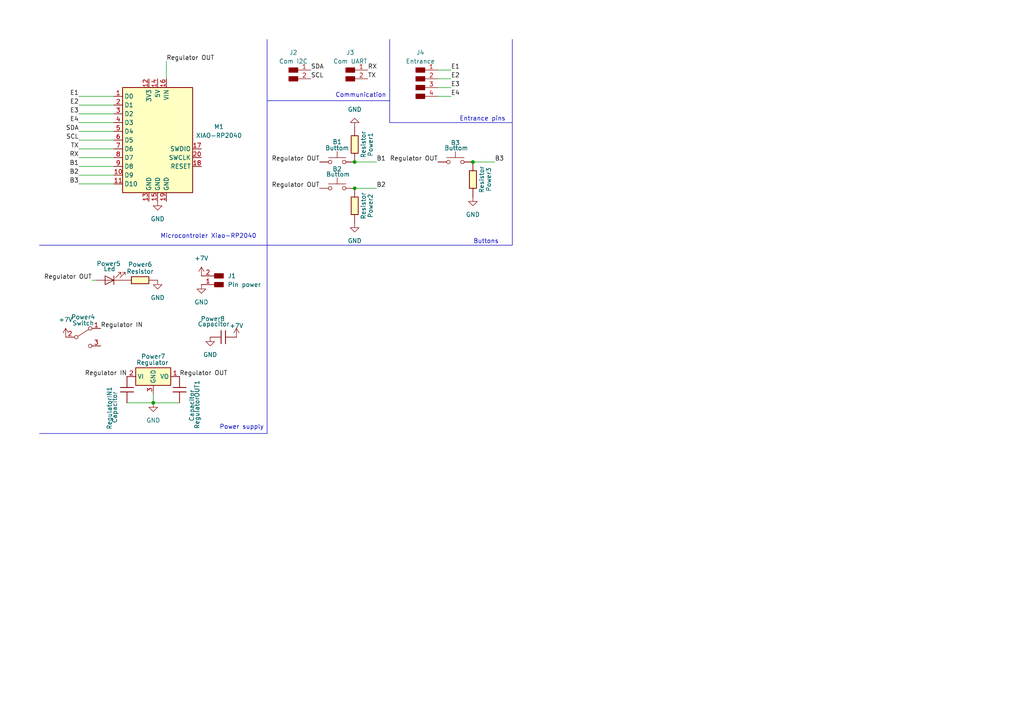
<source format=kicad_sch>
(kicad_sch (version 20250114) (generator "eeschema") (generator_version "9.0")
  (paper "A4")
  (lib_symbols
    (symbol "PCM_fab:C_1206" (pin_numbers (hide yes))
      (property "Reference" "C" (at 0.635 2.54 0))
      (property "Value" "C_1206" (at 0.635 -2.54 0))
      (symbol "C_1206_1_1"
        (polyline (pts (xy -1.905 0.635) (xy 1.905 0.635)) (stroke (width 0.25)))
        (polyline (pts (xy -1.905 -0.635) (xy 1.905 -0.635)) (stroke (width 0.25)))
        (pin passive line (at 0 3.81 270) (length 3.175) (name "~") (number "1"))
        (pin passive line (at 0 -3.81 90) (length 3.175) (name "~") (number "2"))
      )
    )
    (symbol "PCM_fab:LED_1206" (pin_numbers (hide yes)) (pin_names (offset 1.016) (hide yes))
      (property "Reference" "D" (at 0 2.54 0))
      (property "Value" "LED_1206" (at 0 -2.54 0))
      (symbol "LED_1206_0_1"
        (polyline (pts (xy -3.048 -0.762) (xy -4.572 -2.286) (xy -3.81 -2.286) (xy -4.572 -2.286) (xy -4.572 -1.524)))
        (polyline (pts (xy -1.778 -0.762) (xy -3.302 -2.286) (xy -2.54 -2.286) (xy -3.302 -2.286) (xy -3.302 -1.524)))
        (polyline (pts (xy -1.27 0) (xy 1.27 0)))
        (polyline (pts (xy -1.27 -1.27) (xy -1.27 1.27)) (stroke (width 0.2032)))
        (polyline (pts (xy 1.27 -1.27) (xy 1.27 1.27) (xy -1.27 0) (xy 1.27 -1.27)) (stroke (width 0.2032)))
      )
      (symbol "LED_1206_1_1"
        (pin passive line (at -3.81 0 0) (length 2.54) (name "K") (number "1"))
        (pin passive line (at 3.81 0 180) (length 2.54) (name "A") (number "2"))
      )
    )
    (symbol "PCM_fab:Module_XIAO-RP2040"
      (property "Reference" "M" (at -10.16 16.51 0))
      (property "Value" "Module_XIAO-RP2040" (at 3.81 16.51 0))
      (symbol "Module_XIAO-RP2040_1_1"
        (rectangle (start -10.16 15.24) (end 10.16 -15.24) (stroke (width 0.254)) (fill (type background)))
        (pin bidirectional line (at -12.7 12.7 0) (length 2.54) (name "D0") (number "1"))
        (pin bidirectional line (at -12.7 10.16 0) (length 2.54) (name "D1") (number "2"))
        (pin bidirectional line (at -12.7 7.62 0) (length 2.54) (name "D2") (number "3"))
        (pin bidirectional line (at -12.7 5.08 0) (length 2.54) (name "D3") (number "4"))
        (pin bidirectional line (at -12.7 2.54 0) (length 2.54) (name "D4") (number "5"))
        (pin bidirectional line (at -12.7 0 0) (length 2.54) (name "D5") (number "6"))
        (pin bidirectional line (at -12.7 -2.54 0) (length 2.54) (name "D6") (number "7"))
        (pin bidirectional line (at -12.7 -5.08 0) (length 2.54) (name "D7") (number "8"))
        (pin bidirectional line (at -12.7 -7.62 0) (length 2.54) (name "D8") (number "9"))
        (pin bidirectional line (at -12.7 -10.16 0) (length 2.54) (name "D9") (number "10"))
        (pin bidirectional line (at -12.7 -12.7 0) (length 2.54) (name "D10") (number "11"))
        (pin power_in line (at -2.54 17.78 270) (length 2.54) (name "3V3") (number "12"))
        (pin power_in line (at -2.54 -17.78 90) (length 2.54) (name "GND") (number "13"))
        (pin power_in line (at 0 17.78 270) (length 2.54) (name "5V") (number "14"))
        (pin power_in line (at 0 -17.78 90) (length 2.54) (name "GND") (number "15"))
        (pin power_in line (at 2.54 17.78 270) (length 2.54) (name "VIN") (number "16"))
        (pin power_in line (at 2.54 -17.78 90) (length 2.54) (name "GND") (number "19"))
        (pin bidirectional line (at 12.7 -2.54 180) (length 2.54) (name "SWDIO") (number "17"))
        (pin input line (at 12.7 -5.08 180) (length 2.54) (name "SWCLK") (number "20"))
        (pin input line (at 12.7 -7.62 180) (length 2.54) (name "RESET") (number "18"))
      )
    )
    (symbol "PCM_fab:PinHeader_01x02_P2.54mm_Vertical_THT_D1mm" (pin_names (hide yes))
      (property "Reference" "J" (at 0 2.54 0))
      (property "Value" "PinHeader_01x02_P2.54mm_Vertical_THT_D1mm" (at 0 -5.08 0))
      (symbol "PinHeader_01x02_P2.54mm_Vertical_THT_D1mm_1_1"
        (rectangle (start -1.27 0.635) (end 1.27 -0.635) (stroke (width 0.254)) (fill (type outline)))
        (rectangle (start -1.27 -1.905) (end 1.27 -3.175) (stroke (width 0.254)) (fill (type outline)))
        (pin passive line (at 5.08 0 180) (length 3.81) (name "Pin_1") (number "1"))
        (pin passive line (at 5.08 -2.54 180) (length 3.81) (name "Pin_2") (number "2"))
      )
    )
    (symbol "PCM_fab:PinHeader_01x04_P2.54mm_Vertical_THT_D1mm" (pin_names (hide yes))
      (property "Reference" "J" (at 0 5.08 0))
      (property "Value" "PinHeader_01x04_P2.54mm_Vertical_THT_D1mm" (at 0 -7.62 0))
      (symbol "PinHeader_01x04_P2.54mm_Vertical_THT_D1mm_1_1"
        (rectangle (start -1.27 3.175) (end 1.27 1.905) (stroke (width 0.254)) (fill (type outline)))
        (rectangle (start -1.27 0.635) (end 1.27 -0.635) (stroke (width 0.254)) (fill (type outline)))
        (rectangle (start -1.27 -1.905) (end 1.27 -3.175) (stroke (width 0.254)) (fill (type outline)))
        (rectangle (start -1.27 -4.445) (end 1.27 -5.715) (stroke (width 0.254)) (fill (type outline)))
        (pin passive line (at 5.08 2.54 180) (length 3.81) (name "Pin_1") (number "1"))
        (pin passive line (at 5.08 0 180) (length 3.81) (name "Pin_2") (number "2"))
        (pin passive line (at 5.08 -2.54 180) (length 3.81) (name "Pin_3") (number "3"))
        (pin passive line (at 5.08 -5.08 180) (length 3.81) (name "Pin_4") (number "4"))
      )
    )
    (symbol "PCM_fab:R_1206" (pin_numbers (hide yes)) (pin_names (offset 0))
      (property "Reference" "R" (at 2.54 0 90))
      (property "Value" "R_1206" (at -2.54 0 90))
      (symbol "R_1206_0_1"
        (rectangle (start -1.016 -2.54) (end 1.016 2.54) (stroke (width 0.254)) (fill (type background)))
      )
      (symbol "R_1206_1_1"
        (pin passive line (at 0 5.08 270) (length 2.54) (name "~") (number "1"))
        (pin passive line (at 0 -5.08 90) (length 2.54) (name "~") (number "2"))
      )
    )
    (symbol "PCM_fab:Regulator_Linear_5.0V_100mA_TexasInstruments"
      (property "Reference" "U" (at -5.08 6.35 0))
      (property "Value" "Regulator_Linear_5.0V_100mA_TexasInstruments" (at -5.08 3.81 0))
      (symbol "Regulator_Linear_5.0V_100mA_TexasInstruments_0_1"
        (rectangle (start -5.08 2.54) (end 5.08 -2.54) (stroke (width 0.254)) (fill (type background)))
      )
      (symbol "Regulator_Linear_5.0V_100mA_TexasInstruments_1_1"
        (pin power_in line (at -7.62 0 0) (length 2.54) (name "VI") (number "2"))
        (pin power_in line (at 0 -5.08 90) (length 2.54) (name "GND") (number "3"))
        (pin power_out line (at 7.62 0 180) (length 2.54) (name "VO") (number "1"))
      )
    )
    (symbol "PCM_fab:Switch_Slide_Top_CnK" (pin_names (offset 0) (hide yes))
      (property "Reference" "SW" (at 0 4.318 0))
      (property "Value" "Switch_Slide_Top_CnK" (at 0 -5.08 0))
      (symbol "Switch_Slide_Top_CnK_0_0"
        (circle (center -2.032 0) (radius 0.508))
        (circle (center 2.032 -2.54) (radius 0.508))
      )
      (symbol "Switch_Slide_Top_CnK_0_1"
        (polyline (pts (xy -1.524 0.254) (xy 1.651 2.286)))
        (circle (center 2.032 2.54) (radius 0.508))
      )
      (symbol "Switch_Slide_Top_CnK_1_1"
        (pin passive line (at -5.08 0 0) (length 2.54) (name "B") (number "2"))
        (pin passive line (at 5.08 2.54 180) (length 2.54) (name "A") (number "1"))
        (pin passive line (at 5.08 -2.54 180) (length 2.54) (name "C") (number "3"))
      )
    )
    (symbol "PCM_fab:Switch_Tactile_CnK" (pin_numbers (hide yes)) (pin_names (offset 1.016) (hide yes))
      (property "Reference" "SW" (at 1.27 3.81 0))
      (property "Value" "Switch_Tactile_CnK" (at 0 0 0))
      (symbol "Switch_Tactile_CnK_0_1"
        (circle (center -2.032 0) (radius 0.508))
        (polyline (pts (xy 0 1.27) (xy 0 3.048)))
        (circle (center 2.032 0) (radius 0.508))
        (polyline (pts (xy 2.54 1.27) (xy -2.54 1.27)))
        (pin passive line (at -5.08 0 0) (length 2.54) (name "1") (number "1"))
        (pin passive line (at 5.08 0 180) (length 2.54) (name "2") (number "2"))
      )
    )
    (symbol "power:+5V" (power) (pin_numbers (hide yes)) (pin_names (offset 0) (hide yes))
      (property "Value" "+5V" (at 0 3.556 0))
      (symbol "+5V_0_1"
        (polyline (pts (xy -0.762 1.27) (xy 0 2.54)))
        (polyline (pts (xy 0 2.54) (xy 0.762 1.27)))
        (polyline (pts (xy 0 0) (xy 0 2.54)))
      )
      (symbol "+5V_1_1"
        (pin power_in line (at 0 0 90) (length 0) (name "~") (number "1"))
      )
    )
    (symbol "power:GND" (power) (pin_numbers (hide yes)) (pin_names (offset 0) (hide yes))
      (property "Value" "GND" (at 0 -3.81 0))
      (symbol "GND_0_1"
        (polyline (pts (xy 0 0) (xy 0 -1.27) (xy 1.27 -1.27) (xy 0 -2.54) (xy -1.27 -1.27) (xy 0 -1.27)))
      )
      (symbol "GND_1_1"
        (pin power_in line (at 0 0 270) (length 0) (name "~") (number "1"))
      )
    )
  )
  (text "Power supply\n" (at 70.104 123.952 0) (effects (font (size 1.27 1.27))))
  (text "Entrance pins" (at 139.954 34.544 0) (effects (font (size 1.27 1.27))))
  (text "Communication\n\n" (at 104.648 28.702 0) (effects (font (size 1.27 1.27))))
  (text "Microcontroler Xiao-RP2040\n" (at 60.452 68.58 0) (effects (font (size 1.27 1.27))))
  (text "Buttons" (at 140.97 70.104 0) (effects (font (size 1.27 1.27))))
  (junction (at 44.45 116.84))
  (junction (at 102.87 46.99))
  (junction (at 137.16 46.99))
  (junction (at 102.87 54.61))
  (wire (pts (xy 143.51 46.99) (xy 137.16 46.99)))
  (polyline (pts (xy 113.03 29.21) (xy 113.03 11.43)))
  (polyline (pts (xy 148.59 11.43) (xy 148.59 35.56)))
  (wire (pts (xy 22.86 40.64) (xy 33.02 40.64)))
  (wire (pts (xy 109.22 54.61) (xy 102.87 54.61)))
  (wire (pts (xy 22.86 53.34) (xy 33.02 53.34)))
  (polyline (pts (xy 113.03 35.56) (xy 148.59 35.56)))
  (wire (pts (xy 127 27.94) (xy 130.81 27.94)))
  (wire (pts (xy 22.86 38.1) (xy 33.02 38.1)))
  (polyline (pts (xy 11.43 125.73) (xy 77.47 125.73)))
  (polyline (pts (xy 77.47 71.12) (xy 113.03 71.12)))
  (wire (pts (xy 22.86 50.8) (xy 33.02 50.8)))
  (polyline (pts (xy 148.59 71.12) (xy 113.03 71.12)))
  (polyline (pts (xy 77.47 71.12) (xy 77.47 125.73)))
  (polyline (pts (xy 77.47 11.43) (xy 77.47 71.12)))
  (wire (pts (xy 36.83 116.84) (xy 44.45 116.84)))
  (wire (pts (xy 22.86 27.94) (xy 33.02 27.94)))
  (wire (pts (xy 22.86 30.48) (xy 33.02 30.48)))
  (wire (pts (xy 22.86 33.02) (xy 33.02 33.02)))
  (wire (pts (xy 22.86 48.26) (xy 33.02 48.26)))
  (polyline (pts (xy 113.03 29.21) (xy 113.03 35.56)))
  (wire (pts (xy 22.86 45.72) (xy 33.02 45.72)))
  (polyline (pts (xy 11.43 71.12) (xy 77.47 71.12)))
  (wire (pts (xy 127 25.4) (xy 130.81 25.4)))
  (wire (pts (xy 48.26 17.78) (xy 48.26 22.86)))
  (polyline (pts (xy 148.59 35.56) (xy 148.59 71.12)))
  (wire (pts (xy 44.45 116.84) (xy 52.07 116.84)))
  (polyline (pts (xy 77.47 29.21) (xy 113.03 29.21)))
  (wire (pts (xy 44.45 114.3) (xy 44.45 116.84)))
  (wire (pts (xy 22.86 35.56) (xy 33.02 35.56)))
  (wire (pts (xy 27.94 81.28) (xy 26.67 81.28)))
  (wire (pts (xy 109.22 46.99) (xy 102.87 46.99)))
  (wire (pts (xy 127 22.86) (xy 130.81 22.86)))
  (wire (pts (xy 127 20.32) (xy 130.81 20.32)))
  (wire (pts (xy 22.86 43.18) (xy 33.02 43.18)))
  (label "E2" (at 22.86 30.48 180))
  (label "Regulator OUT" (at 52.07 109.22 0))
  (label "B1" (at 109.22 46.99 0))
  (label "Regulator OUT" (at 127 46.99 180))
  (label "RX" (at 106.68 20.32 0))
  (label "E4" (at 130.81 27.94 0))
  (label "SDA" (at 90.17 20.32 0))
  (label "B2" (at 22.86 50.8 180))
  (label "SCL" (at 22.86 40.64 180))
  (label "B3" (at 143.51 46.99 0))
  (label "Regulator OUT" (at 48.26 17.78 0))
  (label "Regulator OUT" (at 92.71 54.61 180))
  (label "E4" (at 22.86 35.56 180))
  (label "SDA" (at 22.86 38.1 180))
  (label "B1" (at 22.86 48.26 180))
  (label "SCL" (at 90.17 22.86 0))
  (label "E2" (at 130.81 22.86 0))
  (label "Regulator IN" (at 29.21 95.25 0))
  (label "B2" (at 109.22 54.61 0))
  (label "TX" (at 106.68 22.86 0))
  (label "E1" (at 130.81 20.32 0))
  (label "B3" (at 22.86 53.34 180))
  (label "E3" (at 22.86 33.02 180))
  (label "RX" (at 22.86 45.72 180))
  (label "E3" (at 130.81 25.4 0))
  (label "Regulator OUT" (at 26.67 81.28 180))
  (label "Regulator OUT" (at 92.71 46.99 180))
  (label "TX" (at 22.86 43.18 180))
  (label "Regulator IN" (at 36.83 109.22 180))
  (label "E1" (at 22.86 27.94 180))
  (symbol (lib_id "PCM_fab:Module_XIAO-RP2040") (at 45.72 40.64 0) (unit 1)
    (property "Reference" "M1" (at 63.5 36.7598 0))
    (property "Value" "XIAO-RP2040" (at 63.5 39.2998 0))
    (property "Footprint" "PCM_fab:SeeedStudio_XIAO_RP2040" (effects (hide yes)))
    (property "Datasheet" "https://wiki.seeedstudio.com/XIAO-RP2040/" (effects (hide yes)))
    (property "Description" "RP2040 XIAO RP2040 - ARM® Dual-Core Cortex®-M0+ MCU 32-Bit Embedded Evaluation Board" (effects (hide yes)))
  )
  (symbol (lib_id "PCM_fab:Switch_Slide_Top_CnK") (at 24.13 97.79 0) (unit 1)
    (property "Reference" "Power4" (at 24.13 91.948 0))
    (property "Value" "Switch" (at 24.13 93.726 0))
    (property "Footprint" "PCM_fab:Switch_Slide_Top_CnK_JS102011SCQN_8.5x3.5mm" (effects (hide yes)))
    (property "Datasheet" "https://www.ckswitches.com/media/1422/js.pdf" (effects (hide yes)))
    (property "Description" "Slide Switch SPDT Surface Mount" (effects (hide yes)))
  )
  (symbol (lib_id "PCM_fab:PinHeader_01x02_P2.54mm_Vertical_THT_D1mm") (at 63.5 82.55 180) (unit 1)
    (property "Reference" "J1" (at 66.04 80.0099 0) (effects (justify right)))
    (property "Value" "Pin power" (at 66.04 82.5499 0) (effects (justify right)))
    (property "Footprint" "PCM_fab:PinHeader_01x02_P2.54mm_Vertical_THT_D1mm" (effects (hide yes)))
    (property "Description" "Male connector, single row" (effects (hide yes)))
  )
  (symbol (lib_id "PCM_fab:Switch_Tactile_CnK") (at 97.79 54.61 0) (mirror y) (unit 1)
    (property "Reference" "B2" (at 97.79 49.022 0))
    (property "Value" "Buttom" (at 98.044 50.546 0))
    (property "Footprint" "PCM_fab:Button_CnK_PTS636.0_6x3.5mm" (effects (hide yes)))
    (property "Datasheet" "https://www.ckswitches.com/media/2779/pts636.pdf" (effects (hide yes)))
    (property "Description" "Push button switch, C&K PTS636 SM25F SMTR LFS, Tactile Switch SPST-NO Top Actuated Surface Mount" (effects (hide yes)))
  )
  (symbol (lib_id "PCM_fab:PinHeader_01x04_P2.54mm_Vertical_THT_D1mm") (at 121.92 22.86 0) (unit 1)
    (property "Reference" "J4" (at 121.92 15.24 0))
    (property "Value" "Entrance" (at 121.92 17.78 0))
    (property "Footprint" "PCM_fab:PinHeader_01x04_P2.54mm_Vertical_THT_D1mm" (effects (hide yes)))
    (property "Description" "Male connector, single row" (effects (hide yes)))
  )
  (symbol (lib_id "PCM_fab:LED_1206") (at 31.75 81.28 180) (unit 1)
    (property "Reference" "Power5" (at 31.496 76.454 0))
    (property "Value" "Led" (at 31.75 77.978 0))
    (property "Footprint" "PCM_fab:LED_1206" (effects (hide yes)))
    (property "Datasheet" "https://optoelectronics.liteon.com/upload/download/DS-22-98-0002/LTST-C150CKT.pdf" (effects (hide yes)))
    (property "Description" "Light emitting diode, Lite-On Inc. LTST, SMD" (effects (hide yes)))
  )
  (symbol (lib_id "PCM_fab:C_1206") (at 36.83 113.03 180) (unit 1)
    (property "Reference" "RegulatorIN1" (at 31.75 118.364 90))
    (property "Value" "Capacitor" (at 33.274 118.11 90))
    (property "Footprint" "PCM_fab:C_1206" (effects (hide yes)))
    (property "Datasheet" "https://www.yageo.com/upload/media/product/productsearch/datasheet/mlcc/UPY-GP_NP0_16V-to-50V_18.pdf" (effects (hide yes)))
    (property "Description" "Unpolarized capacitor, SMD, 1206" (effects (hide yes)))
  )
  (symbol (lib_id "power:GND") (at 44.45 116.84 0) (unit 1)
    (property "Reference" "#PWR08" (effects (hide yes)))
    (property "Value" "GND" (at 44.45 121.92 0))
    (property "Description" "Power symbol creates a global label with name \"GND\" , ground" (effects (hide yes)))
  )
  (symbol (lib_id "PCM_fab:R_1206") (at 137.16 52.07 0) (unit 1)
    (property "Reference" "Power3" (at 141.732 52.07 90))
    (property "Value" "Resistor" (at 139.7 52.07 90))
    (property "Footprint" "PCM_fab:R_1206" (effects (hide yes)))
    (property "Description" "Resistor" (effects (hide yes)))
  )
  (symbol (lib_id "PCM_fab:Switch_Tactile_CnK") (at 132.08 46.99 0) (mirror y) (unit 1)
    (property "Reference" "B3" (at 132.08 41.402 0))
    (property "Value" "Buttom" (at 132.334 42.926 0))
    (property "Footprint" "PCM_fab:Button_CnK_PTS636.0_6x3.5mm" (effects (hide yes)))
    (property "Datasheet" "https://www.ckswitches.com/media/2779/pts636.pdf" (effects (hide yes)))
    (property "Description" "Push button switch, C&K PTS636 SM25F SMTR LFS, Tactile Switch SPST-NO Top Actuated Surface Mount" (effects (hide yes)))
  )
  (symbol (lib_id "PCM_fab:PinHeader_01x02_P2.54mm_Vertical_THT_D1mm") (at 85.09 20.32 0) (unit 1)
    (property "Reference" "J2" (at 85.09 15.24 0))
    (property "Value" "Com I2C" (at 85.09 17.78 0))
    (property "Footprint" "PCM_fab:PinHeader_01x02_P2.54mm_Vertical_THT_D1mm" (effects (hide yes)))
    (property "Description" "Male connector, single row" (effects (hide yes)))
  )
  (symbol (lib_id "PCM_fab:C_1206") (at 52.07 113.03 0) (unit 1)
    (property "Reference" "RegulatorOUT1" (at 57.15 117.348 90))
    (property "Value" "Capacitor" (at 55.626 117.602 90))
    (property "Footprint" "PCM_fab:C_1206" (effects (hide yes)))
    (property "Datasheet" "https://www.yageo.com/upload/media/product/productsearch/datasheet/mlcc/UPY-GP_NP0_16V-to-50V_18.pdf" (effects (hide yes)))
    (property "Description" "Unpolarized capacitor, SMD, 1206" (effects (hide yes)))
  )
  (symbol (lib_id "PCM_fab:R_1206") (at 102.87 59.69 0) (unit 1)
    (property "Reference" "Power2" (at 107.442 59.69 90))
    (property "Value" "Resistor" (at 105.41 59.69 90))
    (property "Footprint" "PCM_fab:R_1206" (effects (hide yes)))
    (property "Description" "Resistor" (effects (hide yes)))
  )
  (symbol (lib_id "PCM_fab:R_1206") (at 40.64 81.28 90) (unit 1)
    (property "Reference" "Power6" (at 40.64 76.708 90))
    (property "Value" "Resistor" (at 40.64 78.74 90))
    (property "Footprint" "PCM_fab:R_1206" (effects (hide yes)))
    (property "Description" "Resistor" (effects (hide yes)))
  )
  (symbol (lib_id "PCM_fab:Regulator_Linear_5.0V_100mA_TexasInstruments") (at 44.45 109.22 0) (unit 1)
    (property "Reference" "Power7" (at 44.45 103.378 0))
    (property "Value" "Regulator" (at 44.196 105.156 0))
    (property "Footprint" "PCM_fab:SOT-23-3" (effects (hide yes)))
    (property "Datasheet" "https://www.ti.com/lit/ds/symlink/lm3480.pdf" (effects (hide yes)))
    (property "Description" "5.0V 100mA LDO Voltage Regulator,  positive fixed output, Texas Instruments, SOT-23-3 package" (effects (hide yes)))
  )
  (symbol (lib_id "power:+5V") (at 58.42 80.01 0) (unit 1)
    (property "Reference" "#PWR05" (effects (hide yes)))
    (property "Value" "+7V" (at 58.42 74.93 0))
    (property "Description" "Power symbol creates a global label with name \"+5V\"" (effects (hide yes)))
  )
  (symbol (lib_id "power:GND") (at 45.72 58.42 0) (unit 1)
    (property "Reference" "#PWR02" (effects (hide yes)))
    (property "Value" "GND" (at 45.72 63.5 0))
    (property "Description" "Power symbol creates a global label with name \"GND\" , ground" (effects (hide yes)))
  )
  (symbol (lib_id "PCM_fab:Switch_Tactile_CnK") (at 97.79 46.99 0) (mirror y) (unit 1)
    (property "Reference" "B1" (at 97.79 41.148 0))
    (property "Value" "Buttom" (at 97.79 42.926 0))
    (property "Footprint" "PCM_fab:Button_CnK_PTS636.0_6x3.5mm" (effects (hide yes)))
    (property "Datasheet" "https://www.ckswitches.com/media/2779/pts636.pdf" (effects (hide yes)))
    (property "Description" "Push button switch, C&K PTS636 SM25F SMTR LFS, Tactile Switch SPST-NO Top Actuated Surface Mount" (effects (hide yes)))
  )
  (symbol (lib_id "power:GND") (at 45.72 81.28 0) (unit 1)
    (property "Reference" "#PWR03" (effects (hide yes)))
    (property "Value" "GND" (at 45.72 86.36 0))
    (property "Description" "Power symbol creates a global label with name \"GND\" , ground" (effects (hide yes)))
  )
  (symbol (lib_id "power:GND") (at 60.96 97.79 0) (unit 1)
    (property "Reference" "#PWR07" (effects (hide yes)))
    (property "Value" "GND" (at 60.96 102.87 0))
    (property "Description" "Power symbol creates a global label with name \"GND\" , ground" (effects (hide yes)))
  )
  (symbol (lib_id "power:GND") (at 102.87 64.77 0) (unit 1)
    (property "Reference" "#PWR09" (effects (hide yes)))
    (property "Value" "GND" (at 102.87 69.85 0))
    (property "Description" "Power symbol creates a global label with name \"GND\" , ground" (effects (hide yes)))
  )
  (symbol (lib_id "power:GND") (at 58.42 82.55 0) (unit 1)
    (property "Reference" "#PWR04" (effects (hide yes)))
    (property "Value" "GND" (at 58.42 87.63 0))
    (property "Description" "Power symbol creates a global label with name \"GND\" , ground" (effects (hide yes)))
  )
  (symbol (lib_id "power:GND") (at 137.16 57.15 0) (unit 1)
    (property "Reference" "#PWR011" (effects (hide yes)))
    (property "Value" "GND" (at 137.16 62.23 0))
    (property "Description" "Power symbol creates a global label with name \"GND\" , ground" (effects (hide yes)))
  )
  (symbol (lib_id "PCM_fab:PinHeader_01x02_P2.54mm_Vertical_THT_D1mm") (at 101.6 20.32 0) (unit 1)
    (property "Reference" "J3" (at 101.6 15.24 0))
    (property "Value" "Com UART" (at 101.6 17.78 0))
    (property "Footprint" "PCM_fab:PinHeader_01x02_P2.54mm_Vertical_THT_D1mm" (effects (hide yes)))
    (property "Description" "Male connector, single row" (effects (hide yes)))
  )
  (symbol (lib_id "power:+5V") (at 19.05 97.79 0) (unit 1)
    (property "Reference" "#PWR01" (effects (hide yes)))
    (property "Value" "+7V" (at 19.05 92.71 0))
    (property "Description" "Power symbol creates a global label with name \"+5V\"" (effects (hide yes)))
  )
  (symbol (lib_id "PCM_fab:C_1206") (at 64.77 97.79 90) (unit 1)
    (property "Reference" "Power8" (at 61.722 92.456 90))
    (property "Value" "Capacitor" (at 61.976 93.98 90))
    (property "Footprint" "PCM_fab:C_1206" (effects (hide yes)))
    (property "Datasheet" "https://www.yageo.com/upload/media/product/productsearch/datasheet/mlcc/UPY-GP_NP0_16V-to-50V_18.pdf" (effects (hide yes)))
    (property "Description" "Unpolarized capacitor, SMD, 1206" (effects (hide yes)))
  )
  (symbol (lib_id "PCM_fab:R_1206") (at 102.87 41.91 0) (unit 1)
    (property "Reference" "Power1" (at 107.442 41.91 90))
    (property "Value" "Resistor" (at 105.41 41.91 90))
    (property "Footprint" "PCM_fab:R_1206" (effects (hide yes)))
    (property "Description" "Resistor" (effects (hide yes)))
  )
  (symbol (lib_id "power:GND") (at 102.87 36.83 180) (unit 1)
    (property "Reference" "#PWR010" (effects (hide yes)))
    (property "Value" "GND" (at 102.87 31.75 0))
    (property "Description" "Power symbol creates a global label with name \"GND\" , ground" (effects (hide yes)))
  )
  (symbol (lib_id "power:+5V") (at 68.58 97.79 0) (unit 1)
    (property "Reference" "#PWR06" (effects (hide yes)))
    (property "Value" "+7V" (at 68.58 94.488 0))
    (property "Description" "Power symbol creates a global label with name \"+5V\"" (effects (hide yes)))
  )
)
</source>
